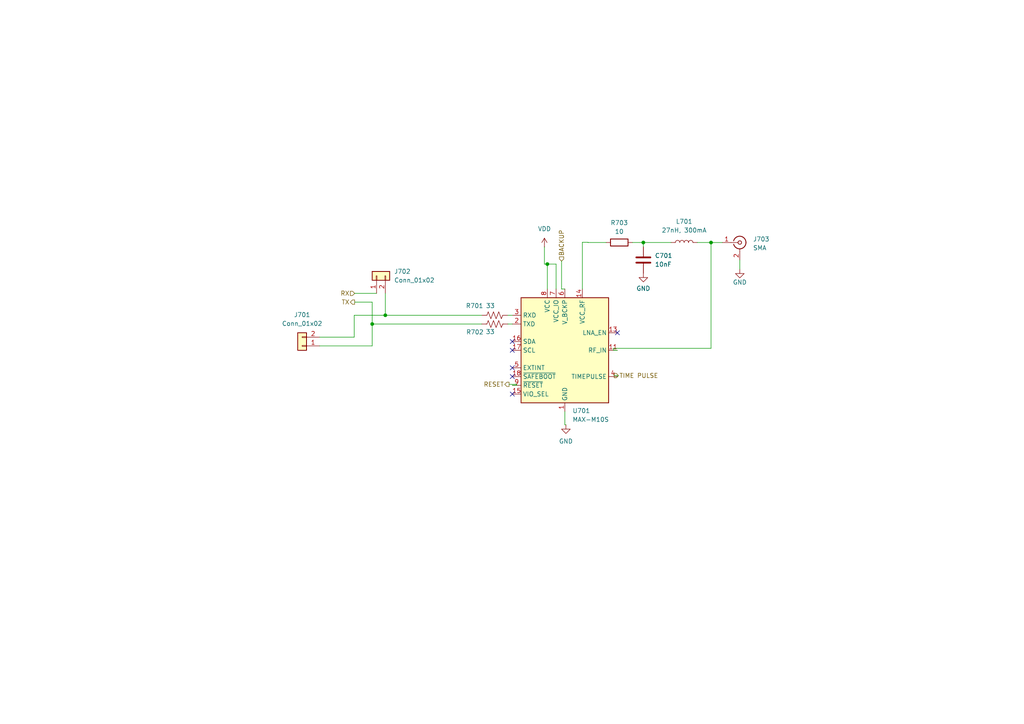
<source format=kicad_sch>
(kicad_sch (version 20250114) (generator "eeschema") (generator_version "9.0")
  (paper "A4")
  (lib_symbols
    (symbol "Connector:Conn_Coaxial" (pin_names (offset 1.016) (hide yes))
      (property "Reference" "J" (at 0.254 3.048 0))
      (property "Value" "Conn_Coaxial" (at 2.921 0 90))
      (symbol "Conn_Coaxial_0_1"
        (polyline (pts (xy -2.54 0) (xy -0.508 0)))
        (arc (start 1.778 0) (mid 0.222 -1.8079) (end -1.778 -0.508) (stroke (width 0.254)))
        (arc (start -1.778 0.508) (mid 0.2221 1.8084) (end 1.778 0) (stroke (width 0.254)))
        (circle (center 0 0) (radius 0.508) (stroke (width 0.2032)))
        (polyline (pts (xy 0 -2.54) (xy 0 -1.778)))
      )
      (symbol "Conn_Coaxial_1_1"
        (pin passive line (at -5.08 0 0) (length 2.54) (name "In") (number "1"))
        (pin passive line (at 0 -5.08 90) (length 2.54) (name "Ext") (number "2"))
      )
    )
    (symbol "Connector_Generic:Conn_01x02" (pin_names (offset 1.016) (hide yes))
      (property "Reference" "J" (at 0 2.54 0))
      (property "Value" "Conn_01x02" (at 0 -5.08 0))
      (symbol "Conn_01x02_1_1"
        (rectangle (start -1.27 1.27) (end 1.27 -3.81) (stroke (width 0.254)) (fill (type background)))
        (rectangle (start -1.27 0.127) (end 0 -0.127) (stroke (width 0.1524)))
        (rectangle (start -1.27 -2.413) (end 0 -2.667) (stroke (width 0.1524)))
        (pin passive line (at -5.08 0 0) (length 3.81) (name "Pin_1") (number "1"))
        (pin passive line (at -5.08 -2.54 0) (length 3.81) (name "Pin_2") (number "2"))
      )
    )
    (symbol "Device:C" (pin_numbers (hide yes)) (pin_names (offset 0.254))
      (property "Reference" "C" (at 0.635 2.54 0))
      (property "Value" "C" (at 0.635 -2.54 0))
      (symbol "C_0_1"
        (polyline (pts (xy -2.032 0.762) (xy 2.032 0.762)) (stroke (width 0.508)))
        (polyline (pts (xy -2.032 -0.762) (xy 2.032 -0.762)) (stroke (width 0.508)))
      )
      (symbol "C_1_1"
        (pin passive line (at 0 3.81 270) (length 2.794) (name "~") (number "1"))
        (pin passive line (at 0 -3.81 90) (length 2.794) (name "~") (number "2"))
      )
    )
    (symbol "Device:L" (pin_numbers (hide yes)) (pin_names (offset 1.016) (hide yes))
      (property "Reference" "L" (at -1.27 0 90))
      (property "Value" "L" (at 1.905 0 90))
      (symbol "L_0_1"
        (arc (start 0 2.54) (mid 0.6323 1.905) (end 0 1.27))
        (arc (start 0 1.27) (mid 0.6323 0.635) (end 0 0))
        (arc (start 0 0) (mid 0.6323 -0.635) (end 0 -1.27))
        (arc (start 0 -1.27) (mid 0.6323 -1.905) (end 0 -2.54))
      )
      (symbol "L_1_1"
        (pin passive line (at 0 3.81 270) (length 1.27) (name "1") (number "1"))
        (pin passive line (at 0 -3.81 90) (length 1.27) (name "2") (number "2"))
      )
    )
    (symbol "Device:R" (pin_numbers (hide yes)) (pin_names (offset 0))
      (property "Reference" "R" (at 2.032 0 90))
      (property "Value" "R" (at 0 0 90))
      (symbol "R_0_1"
        (rectangle (start -1.016 -2.54) (end 1.016 2.54) (stroke (width 0.254)))
      )
      (symbol "R_1_1"
        (pin passive line (at 0 3.81 270) (length 1.27) (name "~") (number "1"))
        (pin passive line (at 0 -3.81 90) (length 1.27) (name "~") (number "2"))
      )
    )
    (symbol "Device:R_US" (pin_numbers (hide yes)) (pin_names (offset 0))
      (property "Reference" "R" (at 2.54 0 90))
      (property "Value" "R_US" (at -2.54 0 90))
      (symbol "R_US_0_1"
        (polyline (pts (xy 0 2.286) (xy 0 2.54)))
        (polyline (pts (xy 0 2.286) (xy 1.016 1.905) (xy 0 1.524) (xy -1.016 1.143) (xy 0 0.762)))
        (polyline (pts (xy 0 0.762) (xy 1.016 0.381) (xy 0 0) (xy -1.016 -0.381) (xy 0 -0.762)))
        (polyline (pts (xy 0 -0.762) (xy 1.016 -1.143) (xy 0 -1.524) (xy -1.016 -1.905) (xy 0 -2.286)))
        (polyline (pts (xy 0 -2.286) (xy 0 -2.54)))
      )
      (symbol "R_US_1_1"
        (pin passive line (at 0 3.81 270) (length 1.27) (name "~") (number "1"))
        (pin passive line (at 0 -3.81 90) (length 1.27) (name "~") (number "2"))
      )
    )
    (symbol "GND_1" (power) (pin_numbers (hide yes)) (pin_names (offset 0) (hide yes))
      (property "Value" "GND" (at 0 -3.81 0))
      (symbol "GND_1_0_1"
        (polyline (pts (xy 0 0) (xy 0 -1.27) (xy 1.27 -1.27) (xy 0 -2.54) (xy -1.27 -1.27) (xy 0 -1.27)))
      )
      (symbol "GND_1_1_1"
        (pin power_in line (at 0 0 270) (length 0) (name "~") (number "1"))
      )
    )
    (symbol "RF_GPS:MAX-M10S"
      (property "Reference" "U" (at -10.16 16.51 0))
      (property "Value" "MAX-M10S" (at 11.43 16.51 0))
      (symbol "MAX-M10S_0_1"
        (rectangle (start 12.7 15.24) (end -12.7 -15.24) (stroke (width 0.254)) (fill (type background)))
      )
      (symbol "MAX-M10S_1_1"
        (pin input line (at -15.24 10.16 0) (length 2.54) (name "RXD") (number "3"))
        (pin output line (at -15.24 7.62 0) (length 2.54) (name "TXD") (number "2"))
        (pin bidirectional line (at -15.24 2.54 0) (length 2.54) (name "SDA") (number "16"))
        (pin input line (at -15.24 0 0) (length 2.54) (name "SCL") (number "17"))
        (pin input line (at -15.24 -5.08 0) (length 2.54) (name "EXTINT") (number "5"))
        (pin input line (at -15.24 -7.62 0) (length 2.54) (name "~{SAFEBOOT}") (number "18"))
        (pin input line (at -15.24 -10.16 0) (length 2.54) (name "~{RESET}") (number "9"))
        (pin input line (at -15.24 -12.7 0) (length 2.54) (name "VIO_SEL") (number "15"))
        (pin power_in line (at -5.08 17.78 270) (length 2.54) (name "VCC") (number "8"))
        (pin power_in line (at -2.54 17.78 270) (length 2.54) (name "VCC_IO") (number "7"))
        (pin power_in line (at 0 17.78 270) (length 2.54) (name "V_BCKP") (number "6"))
        (pin power_in line (at 0 -17.78 90) (length 2.54) (name "GND") (number "1"))
        (pin passive line (at 0 -17.78 90) (length 2.54) (hide yes) (name "GND") (number "10"))
        (pin passive line (at 0 -17.78 90) (length 2.54) (hide yes) (name "GND") (number "12"))
        (pin power_out line (at 5.08 17.78 270) (length 2.54) (name "VCC_RF") (number "14"))
        (pin output line (at 15.24 5.08 180) (length 2.54) (name "LNA_EN") (number "13"))
        (pin input line (at 15.24 0 180) (length 2.54) (name "RF_IN") (number "11"))
        (pin output line (at 15.24 -7.62 180) (length 2.54) (name "TIMEPULSE") (number "4"))
      )
    )
    (symbol "power:GND" (power) (pin_names (offset 0))
      (property "Value" "GND" (at 0 -3.81 0))
      (symbol "GND_0_1"
        (polyline (pts (xy 0 0) (xy 0 -1.27) (xy 1.27 -1.27) (xy 0 -2.54) (xy -1.27 -1.27) (xy 0 -1.27)))
      )
      (symbol "GND_1_1"
        (pin power_in line (at 0 0 270) (length 0) (hide yes) (name "GND") (number "1"))
      )
    )
    (symbol "power:VDD" (power) (pin_numbers (hide yes)) (pin_names (offset 0) (hide yes))
      (property "Value" "VDD" (at 0 3.556 0))
      (symbol "VDD_0_1"
        (polyline (pts (xy -0.762 1.27) (xy 0 2.54)))
        (polyline (pts (xy 0 2.54) (xy 0.762 1.27)))
        (polyline (pts (xy 0 0) (xy 0 2.54)))
      )
      (symbol "VDD_1_1"
        (pin power_in line (at 0 0 90) (length 0) (name "~") (number "1"))
      )
    )
  )
  (junction (at 107.95 93.98))
  (junction (at 206.2269 70.3445))
  (junction (at 186.5995 70.338))
  (junction (at 158.75 76.5958))
  (junction (at 111.76 91.44))
  (no_connect (at 148.59 101.6))
  (no_connect (at 148.59 99.06))
  (no_connect (at 179.07 96.52))
  (no_connect (at 148.59 106.68))
  (no_connect (at 148.59 109.22))
  (no_connect (at 148.59 114.3))
  (wire (pts (xy 161.29 76.5958) (xy 161.29 83.82)))
  (wire (pts (xy 206.0481 70.338) (xy 206.0481 70.3445)))
  (wire (pts (xy 102.87 85.09) (xy 109.22 85.09)))
  (wire (pts (xy 158.75 76.5958) (xy 158.75 83.82)))
  (wire (pts (xy 206.2269 70.3445) (xy 209.4938 70.3445)))
  (wire (pts (xy 92.71 97.79) (xy 102.7367 97.79)))
  (wire (pts (xy 168.91 83.82) (xy 168.91 70.2691)))
  (wire (pts (xy 179.07 109.22) (xy 179.07 108.9409)))
  (wire (pts (xy 139.7 93.98) (xy 107.95 93.98)))
  (wire (pts (xy 157.9075 76.5958) (xy 158.75 76.5958)))
  (wire (pts (xy 102.7367 97.79) (xy 102.7367 91.44)))
  (wire (pts (xy 111.76 91.44) (xy 139.7 91.44)))
  (wire (pts (xy 148.59 111.76) (xy 149.86 111.76)))
  (wire (pts (xy 157.9075 71.6203) (xy 157.9075 76.5958)))
  (wire (pts (xy 206.0481 70.3445) (xy 206.2269 70.3445)))
  (wire (pts (xy 202.2464 70.338) (xy 206.0481 70.338)))
  (wire (pts (xy 107.95 87.63) (xy 107.95 93.98)))
  (wire (pts (xy 149.86 111.4809) (xy 147.6582 111.4809)))
  (wire (pts (xy 183.4245 70.338) (xy 186.5995 70.338)))
  (wire (pts (xy 163.83 119.38) (xy 163.83 123.19)))
  (wire (pts (xy 186.5995 70.338) (xy 186.5995 71.608)))
  (wire (pts (xy 168.91 70.2691) (xy 170.5431 70.2691)))
  (wire (pts (xy 147.32 93.98) (xy 148.59 93.98)))
  (wire (pts (xy 175.8045 70.338) (xy 170.5431 70.338)))
  (wire (pts (xy 177.934 101.034) (xy 206.2269 101.034)))
  (wire (pts (xy 111.76 85.09) (xy 111.76 91.44)))
  (wire (pts (xy 102.7367 91.44) (xy 111.76 91.44)))
  (wire (pts (xy 149.86 111.76) (xy 149.86 111.4809)))
  (wire (pts (xy 147.32 91.44) (xy 148.59 91.44)))
  (wire (pts (xy 102.87 87.63) (xy 107.95 87.63)))
  (wire (pts (xy 177.934 101.034) (xy 177.934 101.6)))
  (wire (pts (xy 206.2269 70.3445) (xy 206.2269 101.034)))
  (wire (pts (xy 92.71 100.33) (xy 107.95 100.33)))
  (wire (pts (xy 194.6264 70.338) (xy 186.5995 70.338)))
  (wire (pts (xy 177.934 101.6) (xy 179.07 101.6)))
  (wire (pts (xy 214.5738 75.4245) (xy 214.5738 78.068)))
  (wire (pts (xy 107.95 93.98) (xy 107.95 100.33)))
  (wire (pts (xy 162.877 75.7497) (xy 162.877 83.82)))
  (wire (pts (xy 179.07 108.9409) (xy 178.1382 108.9409)))
  (wire (pts (xy 158.75 76.5958) (xy 161.29 76.5958)))
  (wire (pts (xy 163.83 123.19) (xy 164.1346 123.19)))
  (wire (pts (xy 162.877 83.82) (xy 163.83 83.82)))
  (wire (pts (xy 170.5431 70.2691) (xy 170.5431 70.338)))
  (hierarchical_label "RX" (shape input) (at 102.87 85.09 180))
  (hierarchical_label "TX" (shape output) (at 102.87 87.63 180))
  (hierarchical_label "BACKUP" (shape input) (at 162.877 75.7497 90))
  (hierarchical_label "RESET" (shape output) (at 147.6582 111.4809 180))
  (hierarchical_label "TIME PULSE" (shape output) (at 178.1382 108.9409 0))
  (symbol (lib_id "Connector_Generic:Conn_01x02") (at 109.22 80.01 90) (unit 1)
    (property "Reference" "J702" (at 114.3 78.7399 90) (effects (justify right)))
    (property "Value" "Conn_01x02" (at 114.3 81.2799 90) (effects (justify right)))
    (property "Footprint" "Connector_PinHeader_1.27mm:PinHeader_1x02_P1.27mm_Vertical" (effects (hide yes)))
    (property "Description" "Generic connector, single row, 01x02, script generated (kicad-library-utils/schlib/autogen/connector/)" (effects (hide yes)))
  )
  (symbol (lib_id "power:GND") (at 186.5995 79.228 0) (unit 1)
    (property "Reference" "#PWR0703" (effects (hide yes)))
    (property "Value" "GND" (at 186.5995 83.673 0))
  )
  (symbol (lib_id "Connector:Conn_Coaxial") (at 214.5738 70.3445 0) (unit 1)
    (property "Reference" "J703" (at 218.3838 69.3677 0) (effects (justify left)))
    (property "Value" "SMA" (at 218.3838 71.9077 0) (effects (justify left)))
    (property "Footprint" "Connector_Coaxial:SMA_Amphenol_132203-12_Horizontal" (effects (hide yes)))
    (property "LCSC" "C2693813" (effects (hide yes)))
  )
  (symbol (lib_id "power:VDD") (at 157.9075 71.6203 0) (unit 1)
    (property "Reference" "#PWR0701" (effects (hide yes)))
    (property "Value" "VDD" (at 157.9075 66.3774 0))
    (property "Description" "Power symbol creates a global label with name \"VDD\"" (effects (hide yes)))
  )
  (symbol (lib_id "power:GND") (at 214.5738 78.068 0) (unit 1)
    (property "Reference" "#PWR0704" (effects (hide yes)))
    (property "Value" "GND" (at 214.5738 81.878 0))
  )
  (symbol (lib_id "RF_GPS:MAX-M10S") (at 163.83 101.6 0) (unit 1)
    (property "Reference" "U701" (at 166.0241 119.1447 0) (effects (justify left)))
    (property "Value" "MAX-M10S" (at 166.0241 121.6847 0) (effects (justify left)))
    (property "Footprint" "RF_GPS:ublox_MAX" (effects (hide yes)))
    (property "Datasheet" "https://content.u-blox.com/sites/default/files/MAX-M10S_DataSheet_UBX-20035208.pdf" (effects (hide yes)))
    (property "Description" "GNSS Module MAX M10, VCC 1.65V to 3.6V" (effects (hide yes)))
  )
  (symbol (lib_id "Device:R_US") (at 143.51 91.44 270) (unit 1)
    (property "Reference" "R701" (at 137.649 88.6921 90))
    (property "Value" "33" (at 142.2273 88.6921 90))
    (property "Footprint" "Resistor_SMD:R_0402_1005Metric" (effects (hide yes)))
    (property "Description" "Resistor, US symbol" (effects (hide yes)))
    (property "LCSC" "C25077" (effects (hide yes)))
  )
  (symbol (lib_name "GND_1") (lib_id "power:GND") (at 164.1346 123.19 0) (unit 1)
    (property "Reference" "#PWR0702" (effects (hide yes)))
    (property "Value" "GND" (at 164.1346 127.9833 0))
    (property "Description" "Power symbol creates a global label with name \"GND\" , ground" (effects (hide yes)))
  )
  (symbol (lib_id "Device:R") (at 179.6145 70.338 90) (unit 1)
    (property "Reference" "R703" (at 179.6145 64.623 90))
    (property "Value" "10" (at 179.6145 67.163 90))
    (property "Footprint" "Resistor_SMD:R_0402_1005Metric" (effects (hide yes)))
    (property "LCSC" "C25077" (effects (hide yes)))
  )
  (symbol (lib_id "Device:C") (at 186.5995 75.418 0) (unit 1)
    (property "Reference" "C701" (at 189.9326 74.1479 0) (effects (justify left)))
    (property "Value" "10nF" (at 189.9326 76.6879 0) (effects (justify left)))
    (property "Footprint" "Capacitor_SMD:C_0402_1005Metric" (effects (hide yes)))
    (property "LCSC" "C1525" (effects (hide yes)))
  )
  (symbol (lib_id "Device:R_US") (at 143.51 93.98 270) (unit 1)
    (property "Reference" "R702" (at 137.7444 96.3226 90))
    (property "Value" "33" (at 142.1796 96.2272 90))
    (property "Footprint" "Resistor_SMD:R_0402_1005Metric" (effects (hide yes)))
    (property "Description" "Resistor, US symbol" (effects (hide yes)))
    (property "LCSC" "C25077" (effects (hide yes)))
  )
  (symbol (lib_id "Connector_Generic:Conn_01x02") (at 87.63 100.33 180) (unit 1)
    (property "Reference" "J701" (at 87.63 91.3071 0))
    (property "Value" "Conn_01x02" (at 87.63 93.8471 0))
    (property "Footprint" "Connector_PinHeader_1.27mm:PinHeader_1x02_P1.27mm_Vertical" (effects (hide yes)))
    (property "Description" "Generic connector, single row, 01x02, script generated (kicad-library-utils/schlib/autogen/connector/)" (effects (hide yes)))
  )
  (symbol (lib_id "Device:L") (at 198.4364 70.338 90) (unit 1)
    (property "Reference" "L701" (at 198.4364 64.2491 90))
    (property "Value" "27nH, 300mA" (at 198.4364 66.7891 90))
    (property "Footprint" "Inductor_SMD:L_0402_1005Metric" (effects (hide yes)))
    (property "LCSC" "C18830" (effects (hide yes)))
  )
)
</source>
